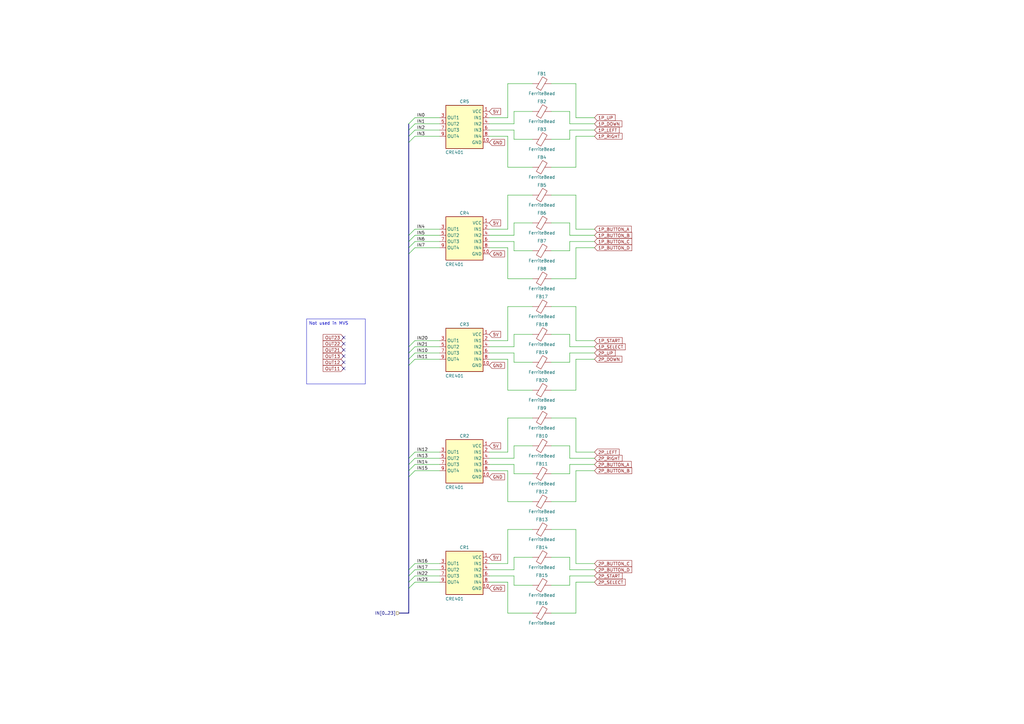
<source format=kicad_sch>
(kicad_sch (version 20250114) (generator "eeschema") (generator_version "9.0")
  (paper "A3")
  (title_block (title "NEO-MVH MV1FZS") (date "2025-10-13") (comment 1 "Not official schematic from SNK") (comment 2 "Use at your own discretion"))
  (lib_symbols
    (symbol "Device:FerriteBead" (pin_numbers (hide yes)) (pin_names (offset 0))
      (property "Reference" "FB" (at -3.81 0.635 90))
      (property "Value" "FerriteBead" (at 3.81 0 90))
      (symbol "FerriteBead_0_1"
        (polyline (pts (xy -2.7686 0.4064) (xy -1.7018 2.2606) (xy 2.7686 -0.3048) (xy 1.6764 -2.159) (xy -2.7686 0.4064)))
        (polyline (pts (xy 0 1.27) (xy 0 1.2954)))
        (polyline (pts (xy 0 -1.27) (xy 0 -1.2192)))
      )
      (symbol "FerriteBead_1_1"
        (pin passive line (at 0 3.81 270) (length 2.54) (name "~") (number "1"))
        (pin passive line (at 0 -3.81 90) (length 2.54) (name "~") (number "2"))
      )
    )
    (symbol "Neo Geo:CRE401"
      (property "Reference" "U" (at -7.62 10.16 0))
      (property "Value" "CRE401" (at -7.62 -10.16 0))
      (symbol "CRE401_1_1"
        (rectangle (start -7.62 8.89) (end 7.62 -8.89) (stroke (width 0.254)) (fill (type background)))
        (pin output line (at -10.16 3.81 0) (length 2.54) (name "OUT1") (number "3"))
        (pin output line (at -10.16 1.27 0) (length 2.54) (name "OUT2") (number "5"))
        (pin output line (at -10.16 -1.27 0) (length 2.54) (name "OUT3") (number "7"))
        (pin output line (at -10.16 -3.81 0) (length 2.54) (name "OUT4") (number "9"))
        (pin power_in line (at 10.16 6.35 180) (length 2.54) (name "VCC") (number "1"))
        (pin input line (at 10.16 3.81 180) (length 2.54) (name "IN1") (number "2"))
        (pin input line (at 10.16 1.27 180) (length 2.54) (name "IN2") (number "4"))
        (pin input line (at 10.16 -1.27 180) (length 2.54) (name "IN3") (number "6"))
        (pin input line (at 10.16 -3.81 180) (length 2.54) (name "IN4") (number "8"))
        (pin power_in line (at 10.16 -6.35 180) (length 2.54) (name "GND") (number "10"))
      )
    )
  )
  (text_box "Not used in MVS" (at 125.73 130.81 0) (size 24.13 26.67) (margins 0.9525 0.9525 0.9525 0.9525) (effects (font (size 1.27 1.27)) (justify left top)))
  (no_connect (at 140.97 143.51))
  (no_connect (at 140.97 151.13))
  (no_connect (at 140.97 148.59))
  (no_connect (at 140.97 140.97))
  (no_connect (at 140.97 138.43))
  (no_connect (at 140.97 146.05))
  (bus_entry (at 170.18 50.8) (size -2.54 2.54))
  (bus_entry (at 170.18 238.76) (size -2.54 2.54))
  (bus_entry (at 170.18 190.5) (size -2.54 2.54))
  (bus_entry (at 170.18 53.34) (size -2.54 2.54))
  (bus_entry (at 170.18 96.52) (size -2.54 2.54))
  (bus_entry (at 170.18 185.42) (size -2.54 2.54))
  (bus_entry (at 170.18 139.7) (size -2.54 2.54))
  (bus_entry (at 170.18 93.98) (size -2.54 2.54))
  (bus_entry (at 170.18 193.04) (size -2.54 2.54))
  (bus_entry (at 170.18 233.68) (size -2.54 2.54))
  (bus_entry (at 170.18 55.88) (size -2.54 2.54))
  (bus_entry (at 170.18 147.32) (size -2.54 2.54))
  (bus_entry (at 170.18 48.26) (size -2.54 2.54))
  (bus_entry (at 170.18 99.06) (size -2.54 2.54))
  (bus_entry (at 170.18 101.6) (size -2.54 2.54))
  (bus_entry (at 170.18 142.24) (size -2.54 2.54))
  (bus_entry (at 170.18 187.96) (size -2.54 2.54))
  (bus_entry (at 170.18 144.78) (size -2.54 2.54))
  (bus_entry (at 170.18 231.14) (size -2.54 2.54))
  (bus_entry (at 170.18 236.22) (size -2.54 2.54))
  (wire (pts (xy 200.66 236.22) (xy 210.82 236.22)))
  (bus (pts (xy 167.64 144.78) (xy 167.64 147.32)))
  (wire (pts (xy 200.66 96.52) (xy 210.82 96.52)))
  (wire (pts (xy 170.18 93.98) (xy 180.34 93.98)))
  (wire (pts (xy 170.18 99.06) (xy 180.34 99.06)))
  (wire (pts (xy 200.66 101.6) (xy 208.28 101.6)))
  (wire (pts (xy 233.68 187.96) (xy 233.68 182.88)))
  (wire (pts (xy 208.28 217.17) (xy 218.44 217.17)))
  (wire (pts (xy 200.66 139.7) (xy 208.28 139.7)))
  (wire (pts (xy 236.22 114.3) (xy 226.06 114.3)))
  (wire (pts (xy 208.28 160.02) (xy 218.44 160.02)))
  (bus (pts (xy 167.64 142.24) (xy 167.64 144.78)))
  (wire (pts (xy 170.18 96.52) (xy 180.34 96.52)))
  (wire (pts (xy 208.28 139.7) (xy 208.28 125.73)))
  (bus (pts (xy 167.64 241.3) (xy 167.64 238.76)))
  (wire (pts (xy 210.82 50.8) (xy 210.82 45.72)))
  (wire (pts (xy 236.22 34.29) (xy 226.06 34.29)))
  (bus (pts (xy 167.64 195.58) (xy 167.64 233.68)))
  (wire (pts (xy 208.28 251.46) (xy 218.44 251.46)))
  (wire (pts (xy 208.28 185.42) (xy 208.28 171.45)))
  (wire (pts (xy 243.84 238.76) (xy 236.22 238.76)))
  (wire (pts (xy 233.68 194.31) (xy 226.06 194.31)))
  (wire (pts (xy 236.22 205.74) (xy 226.06 205.74)))
  (wire (pts (xy 170.18 139.7) (xy 180.34 139.7)))
  (wire (pts (xy 170.18 144.78) (xy 180.34 144.78)))
  (wire (pts (xy 170.18 236.22) (xy 180.34 236.22)))
  (wire (pts (xy 170.18 142.24) (xy 180.34 142.24)))
  (wire (pts (xy 170.18 231.14) (xy 180.34 231.14)))
  (wire (pts (xy 210.82 91.44) (xy 218.44 91.44)))
  (wire (pts (xy 243.84 144.78) (xy 233.68 144.78)))
  (wire (pts (xy 208.28 231.14) (xy 208.28 217.17)))
  (bus (pts (xy 167.64 190.5) (xy 167.64 193.04)))
  (wire (pts (xy 243.84 55.88) (xy 236.22 55.88)))
  (wire (pts (xy 233.68 99.06) (xy 233.68 102.87)))
  (bus (pts (xy 167.64 251.46) (xy 167.64 241.3)))
  (wire (pts (xy 210.82 148.59) (xy 218.44 148.59)))
  (wire (pts (xy 170.18 190.5) (xy 180.34 190.5)))
  (wire (pts (xy 210.82 96.52) (xy 210.82 91.44)))
  (wire (pts (xy 236.22 55.88) (xy 236.22 68.58)))
  (wire (pts (xy 243.84 50.8) (xy 233.68 50.8)))
  (wire (pts (xy 236.22 217.17) (xy 226.06 217.17)))
  (wire (pts (xy 233.68 45.72) (xy 226.06 45.72)))
  (bus (pts (xy 167.64 187.96) (xy 167.64 190.5)))
  (wire (pts (xy 243.84 48.26) (xy 236.22 48.26)))
  (wire (pts (xy 243.84 193.04) (xy 236.22 193.04)))
  (wire (pts (xy 210.82 137.16) (xy 218.44 137.16)))
  (wire (pts (xy 208.28 125.73) (xy 218.44 125.73)))
  (bus (pts (xy 167.64 104.14) (xy 167.64 142.24)))
  (wire (pts (xy 170.18 193.04) (xy 180.34 193.04)))
  (wire (pts (xy 210.82 182.88) (xy 218.44 182.88)))
  (wire (pts (xy 200.66 48.26) (xy 208.28 48.26)))
  (wire (pts (xy 233.68 190.5) (xy 233.68 194.31)))
  (wire (pts (xy 233.68 148.59) (xy 226.06 148.59)))
  (wire (pts (xy 210.82 53.34) (xy 210.82 57.15)))
  (wire (pts (xy 170.18 53.34) (xy 180.34 53.34)))
  (wire (pts (xy 236.22 160.02) (xy 226.06 160.02)))
  (bus (pts (xy 167.64 99.06) (xy 167.64 101.6)))
  (wire (pts (xy 243.84 142.24) (xy 233.68 142.24)))
  (wire (pts (xy 236.22 147.32) (xy 236.22 160.02)))
  (wire (pts (xy 243.84 236.22) (xy 233.68 236.22)))
  (bus (pts (xy 167.64 96.52) (xy 167.64 99.06)))
  (wire (pts (xy 233.68 91.44) (xy 226.06 91.44)))
  (wire (pts (xy 243.84 53.34) (xy 233.68 53.34)))
  (wire (pts (xy 200.66 144.78) (xy 210.82 144.78)))
  (wire (pts (xy 170.18 187.96) (xy 180.34 187.96)))
  (wire (pts (xy 208.28 55.88) (xy 208.28 68.58)))
  (wire (pts (xy 233.68 233.68) (xy 233.68 228.6)))
  (wire (pts (xy 233.68 228.6) (xy 226.06 228.6)))
  (bus (pts (xy 167.64 236.22) (xy 167.64 238.76)))
  (wire (pts (xy 210.82 228.6) (xy 218.44 228.6)))
  (wire (pts (xy 233.68 57.15) (xy 226.06 57.15)))
  (wire (pts (xy 233.68 182.88) (xy 226.06 182.88)))
  (wire (pts (xy 233.68 240.03) (xy 226.06 240.03)))
  (wire (pts (xy 208.28 34.29) (xy 218.44 34.29)))
  (wire (pts (xy 236.22 80.01) (xy 226.06 80.01)))
  (wire (pts (xy 210.82 233.68) (xy 210.82 228.6)))
  (wire (pts (xy 210.82 190.5) (xy 210.82 194.31)))
  (wire (pts (xy 200.66 99.06) (xy 210.82 99.06)))
  (wire (pts (xy 243.84 185.42) (xy 236.22 185.42)))
  (wire (pts (xy 243.84 101.6) (xy 236.22 101.6)))
  (wire (pts (xy 233.68 53.34) (xy 233.68 57.15)))
  (wire (pts (xy 200.66 53.34) (xy 210.82 53.34)))
  (wire (pts (xy 200.66 142.24) (xy 210.82 142.24)))
  (wire (pts (xy 233.68 50.8) (xy 233.68 45.72)))
  (wire (pts (xy 236.22 93.98) (xy 236.22 80.01)))
  (wire (pts (xy 208.28 205.74) (xy 218.44 205.74)))
  (wire (pts (xy 208.28 171.45) (xy 218.44 171.45)))
  (wire (pts (xy 233.68 144.78) (xy 233.68 148.59)))
  (wire (pts (xy 243.84 93.98) (xy 236.22 93.98)))
  (wire (pts (xy 208.28 193.04) (xy 208.28 205.74)))
  (wire (pts (xy 200.66 93.98) (xy 208.28 93.98)))
  (wire (pts (xy 200.66 50.8) (xy 210.82 50.8)))
  (wire (pts (xy 236.22 68.58) (xy 226.06 68.58)))
  (bus (pts (xy 167.64 101.6) (xy 167.64 104.14)))
  (wire (pts (xy 200.66 231.14) (xy 208.28 231.14)))
  (wire (pts (xy 243.84 190.5) (xy 233.68 190.5)))
  (bus (pts (xy 167.64 50.8) (xy 167.64 53.34)))
  (wire (pts (xy 200.66 147.32) (xy 208.28 147.32)))
  (bus (pts (xy 163.83 251.46) (xy 167.64 251.46)))
  (wire (pts (xy 236.22 171.45) (xy 226.06 171.45)))
  (wire (pts (xy 170.18 101.6) (xy 180.34 101.6)))
  (wire (pts (xy 208.28 48.26) (xy 208.28 34.29)))
  (wire (pts (xy 233.68 142.24) (xy 233.68 137.16)))
  (wire (pts (xy 208.28 80.01) (xy 218.44 80.01)))
  (wire (pts (xy 210.82 57.15) (xy 218.44 57.15)))
  (wire (pts (xy 243.84 231.14) (xy 236.22 231.14)))
  (bus (pts (xy 167.64 58.42) (xy 167.64 96.52)))
  (wire (pts (xy 233.68 102.87) (xy 226.06 102.87)))
  (wire (pts (xy 210.82 99.06) (xy 210.82 102.87)))
  (wire (pts (xy 210.82 142.24) (xy 210.82 137.16)))
  (bus (pts (xy 167.64 55.88) (xy 167.64 58.42)))
  (wire (pts (xy 208.28 101.6) (xy 208.28 114.3)))
  (wire (pts (xy 200.66 55.88) (xy 208.28 55.88)))
  (wire (pts (xy 236.22 238.76) (xy 236.22 251.46)))
  (wire (pts (xy 200.66 238.76) (xy 208.28 238.76)))
  (wire (pts (xy 236.22 231.14) (xy 236.22 217.17)))
  (wire (pts (xy 208.28 68.58) (xy 218.44 68.58)))
  (wire (pts (xy 210.82 240.03) (xy 218.44 240.03)))
  (wire (pts (xy 233.68 96.52) (xy 233.68 91.44)))
  (wire (pts (xy 170.18 238.76) (xy 180.34 238.76)))
  (wire (pts (xy 243.84 99.06) (xy 233.68 99.06)))
  (bus (pts (xy 167.64 193.04) (xy 167.64 195.58)))
  (wire (pts (xy 210.82 236.22) (xy 210.82 240.03)))
  (bus (pts (xy 167.64 233.68) (xy 167.64 236.22)))
  (wire (pts (xy 236.22 193.04) (xy 236.22 205.74)))
  (wire (pts (xy 170.18 55.88) (xy 180.34 55.88)))
  (wire (pts (xy 210.82 102.87) (xy 218.44 102.87)))
  (wire (pts (xy 243.84 147.32) (xy 236.22 147.32)))
  (wire (pts (xy 236.22 101.6) (xy 236.22 114.3)))
  (wire (pts (xy 210.82 194.31) (xy 218.44 194.31)))
  (wire (pts (xy 243.84 139.7) (xy 236.22 139.7)))
  (wire (pts (xy 200.66 190.5) (xy 210.82 190.5)))
  (wire (pts (xy 200.66 187.96) (xy 210.82 187.96)))
  (wire (pts (xy 243.84 233.68) (xy 233.68 233.68)))
  (wire (pts (xy 236.22 251.46) (xy 226.06 251.46)))
  (wire (pts (xy 233.68 236.22) (xy 233.68 240.03)))
  (wire (pts (xy 210.82 45.72) (xy 218.44 45.72)))
  (wire (pts (xy 236.22 185.42) (xy 236.22 171.45)))
  (wire (pts (xy 200.66 185.42) (xy 208.28 185.42)))
  (wire (pts (xy 200.66 233.68) (xy 210.82 233.68)))
  (bus (pts (xy 167.64 53.34) (xy 167.64 55.88)))
  (wire (pts (xy 208.28 93.98) (xy 208.28 80.01)))
  (wire (pts (xy 208.28 238.76) (xy 208.28 251.46)))
  (wire (pts (xy 243.84 96.52) (xy 233.68 96.52)))
  (wire (pts (xy 200.66 193.04) (xy 208.28 193.04)))
  (wire (pts (xy 170.18 50.8) (xy 180.34 50.8)))
  (wire (pts (xy 243.84 187.96) (xy 233.68 187.96)))
  (wire (pts (xy 210.82 187.96) (xy 210.82 182.88)))
  (wire (pts (xy 170.18 233.68) (xy 180.34 233.68)))
  (wire (pts (xy 170.18 185.42) (xy 180.34 185.42)))
  (wire (pts (xy 170.18 48.26) (xy 180.34 48.26)))
  (wire (pts (xy 170.18 147.32) (xy 180.34 147.32)))
  (wire (pts (xy 233.68 137.16) (xy 226.06 137.16)))
  (wire (pts (xy 236.22 48.26) (xy 236.22 34.29)))
  (wire (pts (xy 236.22 125.73) (xy 226.06 125.73)))
  (wire (pts (xy 210.82 144.78) (xy 210.82 148.59)))
  (bus (pts (xy 167.64 147.32) (xy 167.64 149.86)))
  (wire (pts (xy 208.28 114.3) (xy 218.44 114.3)))
  (wire (pts (xy 236.22 139.7) (xy 236.22 125.73)))
  (bus (pts (xy 167.64 149.86) (xy 167.64 187.96)))
  (wire (pts (xy 208.28 147.32) (xy 208.28 160.02)))
  (label "IN1" (at 170.942 50.8 0))
  (label "IN21" (at 170.942 142.24 0))
  (label "IN15" (at 170.942 193.04 0))
  (label "IN10" (at 170.942 144.78 0))
  (label "IN4" (at 170.942 93.98 0))
  (label "IN6" (at 170.942 99.06 0))
  (label "IN13" (at 170.942 187.96 0))
  (label "IN2" (at 170.942 53.34 0))
  (label "IN12" (at 170.942 185.42 0))
  (label "IN20" (at 170.942 139.7 0))
  (label "IN22" (at 170.942 236.22 0))
  (label "IN0" (at 170.942 48.26 0))
  (label "IN5" (at 170.942 96.52 0))
  (label "IN7" (at 170.942 101.6 0))
  (label "IN14" (at 170.942 190.5 0))
  (label "IN11" (at 170.942 147.32 0))
  (label "IN17" (at 170.942 233.68 0))
  (label "IN3" (at 170.942 55.88 0))
  (label "IN23" (at 170.942 238.76 0))
  (label "IN16" (at 170.942 231.14 0))
  (global_label "5V" (shape input) (at 200.66 91.44 0) (property "Intersheetrefs" "${INTERSHEET_REFS}" (effects (hide yes))))
  (global_label "2P_BUTTON_D" (shape input) (at 243.84 233.68 0) (property "Intersheetrefs" "${INTERSHEET_REFS}" (effects (hide yes))))
  (global_label "5V" (shape input) (at 200.66 45.72 0) (property "Intersheetrefs" "${INTERSHEET_REFS}" (effects (hide yes))))
  (global_label "5V" (shape input) (at 200.66 182.88 0) (property "Intersheetrefs" "${INTERSHEET_REFS}" (effects (hide yes))))
  (global_label "1P_START" (shape input) (at 243.84 139.7 0) (property "Intersheetrefs" "${INTERSHEET_REFS}" (effects (hide yes))))
  (global_label "2P_RIGHT" (shape input) (at 243.84 187.96 0) (property "Intersheetrefs" "${INTERSHEET_REFS}" (effects (hide yes))))
  (global_label "OUT23" (shape input) (at 140.97 138.43 180) (property "Intersheetrefs" "${INTERSHEET_REFS}" (effects (hide yes))))
  (global_label "1P_LEFT" (shape input) (at 243.84 53.34 0) (property "Intersheetrefs" "${INTERSHEET_REFS}" (effects (hide yes))))
  (global_label "GND" (shape input) (at 200.66 241.3 0) (property "Intersheetrefs" "${INTERSHEET_REFS}" (effects (hide yes))))
  (global_label "1P_BUTTON_D" (shape input) (at 243.84 101.6 0) (property "Intersheetrefs" "${INTERSHEET_REFS}" (effects (hide yes))))
  (global_label "2P_START" (shape input) (at 243.84 236.22 0) (property "Intersheetrefs" "${INTERSHEET_REFS}" (effects (hide yes))))
  (global_label "1P_BUTTON_A" (shape input) (at 243.84 93.98 0) (property "Intersheetrefs" "${INTERSHEET_REFS}" (effects (hide yes))))
  (global_label "2P_SELECT" (shape input) (at 243.84 238.76 0) (property "Intersheetrefs" "${INTERSHEET_REFS}" (effects (hide yes))))
  (global_label "GND" (shape input) (at 200.66 58.42 0) (property "Intersheetrefs" "${INTERSHEET_REFS}" (effects (hide yes))))
  (global_label "OUT12" (shape input) (at 140.97 148.59 180) (property "Intersheetrefs" "${INTERSHEET_REFS}" (effects (hide yes))))
  (global_label "1P_DOWN" (shape input) (at 243.84 50.8 0) (property "Intersheetrefs" "${INTERSHEET_REFS}" (effects (hide yes))))
  (global_label "1P_BUTTON_B" (shape input) (at 243.84 96.52 0) (property "Intersheetrefs" "${INTERSHEET_REFS}" (effects (hide yes))))
  (global_label "2P_UP" (shape input) (at 243.84 144.78 0) (property "Intersheetrefs" "${INTERSHEET_REFS}" (effects (hide yes))))
  (global_label "GND" (shape input) (at 200.66 104.14 0) (property "Intersheetrefs" "${INTERSHEET_REFS}" (effects (hide yes))))
  (global_label "OUT21" (shape input) (at 140.97 143.51 180) (property "Intersheetrefs" "${INTERSHEET_REFS}" (effects (hide yes))))
  (global_label "1P_RIGHT" (shape input) (at 243.84 55.88 0) (property "Intersheetrefs" "${INTERSHEET_REFS}" (effects (hide yes))))
  (global_label "1P_BUTTON_C" (shape input) (at 243.84 99.06 0) (property "Intersheetrefs" "${INTERSHEET_REFS}" (effects (hide yes))))
  (global_label "2P_BUTTON_A" (shape input) (at 243.84 190.5 0) (property "Intersheetrefs" "${INTERSHEET_REFS}" (effects (hide yes))))
  (global_label "GND" (shape input) (at 200.66 149.86 0) (property "Intersheetrefs" "${INTERSHEET_REFS}" (effects (hide yes))))
  (global_label "OUT11" (shape input) (at 140.97 151.13 180) (property "Intersheetrefs" "${INTERSHEET_REFS}" (effects (hide yes))))
  (global_label "5V" (shape input) (at 200.66 228.6 0) (property "Intersheetrefs" "${INTERSHEET_REFS}" (effects (hide yes))))
  (global_label "1P_SELECT" (shape input) (at 243.84 142.24 0) (property "Intersheetrefs" "${INTERSHEET_REFS}" (effects (hide yes))))
  (global_label "2P_LEFT" (shape input) (at 243.84 185.42 0) (property "Intersheetrefs" "${INTERSHEET_REFS}" (effects (hide yes))))
  (global_label "2P_BUTTON_C" (shape input) (at 243.84 231.14 0) (property "Intersheetrefs" "${INTERSHEET_REFS}" (effects (hide yes))))
  (global_label "2P_DOWN" (shape input) (at 243.84 147.32 0) (property "Intersheetrefs" "${INTERSHEET_REFS}" (effects (hide yes))))
  (global_label "2P_BUTTON_B" (shape input) (at 243.84 193.04 0) (property "Intersheetrefs" "${INTERSHEET_REFS}" (effects (hide yes))))
  (global_label "OUT13" (shape input) (at 140.97 146.05 180) (property "Intersheetrefs" "${INTERSHEET_REFS}" (effects (hide yes))))
  (global_label "1P_UP" (shape input) (at 243.84 48.26 0) (property "Intersheetrefs" "${INTERSHEET_REFS}" (effects (hide yes))))
  (global_label "GND" (shape input) (at 200.66 195.58 0) (property "Intersheetrefs" "${INTERSHEET_REFS}" (effects (hide yes))))
  (global_label "OUT22" (shape input) (at 140.97 140.97 180) (property "Intersheetrefs" "${INTERSHEET_REFS}" (effects (hide yes))))
  (global_label "5V" (shape input) (at 200.66 137.16 0) (property "Intersheetrefs" "${INTERSHEET_REFS}" (effects (hide yes))))
  (hierarchical_label "IN[0..23]" (shape input) (at 163.83 251.46 180))
  (symbol (lib_id "Device:FerriteBead") (at 222.25 194.31 90) (unit 1)
    (property "Reference" "FB11" (at 222.25 190.246 90))
    (property "Value" "FerriteBead" (at 222.25 198.374 90))
    (property "Description" "Ferrite bead" (effects (hide yes)))
  )
  (symbol (lib_id "Device:FerriteBead") (at 222.25 80.01 90) (unit 1)
    (property "Reference" "FB5" (at 222.25 75.946 90))
    (property "Value" "FerriteBead" (at 222.25 84.074 90))
    (property "Description" "Ferrite bead" (effects (hide yes)))
  )
  (symbol (lib_id "Device:FerriteBead") (at 222.25 217.17 90) (unit 1)
    (property "Reference" "FB13" (at 222.25 213.106 90))
    (property "Value" "FerriteBead" (at 222.25 221.234 90))
    (property "Description" "Ferrite bead" (effects (hide yes)))
  )
  (symbol (lib_id "Device:FerriteBead") (at 222.25 57.15 90) (unit 1)
    (property "Reference" "FB3" (at 222.25 53.086 90))
    (property "Value" "FerriteBead" (at 222.25 61.214 90))
    (property "Description" "Ferrite bead" (effects (hide yes)))
  )
  (symbol (lib_id "Device:FerriteBead") (at 222.25 148.59 90) (unit 1)
    (property "Reference" "FB19" (at 222.25 144.526 90))
    (property "Value" "FerriteBead" (at 222.25 152.654 90))
    (property "Description" "Ferrite bead" (effects (hide yes)))
  )
  (symbol (lib_id "Device:FerriteBead") (at 222.25 240.03 90) (unit 1)
    (property "Reference" "FB15" (at 222.25 235.966 90))
    (property "Value" "FerriteBead" (at 222.25 244.094 90))
    (property "Description" "Ferrite bead" (effects (hide yes)))
  )
  (symbol (lib_id "Neo Geo:CRE401") (at 190.5 234.95 0) (unit 1)
    (property "Reference" "CR1" (at 190.5 224.536 0))
    (property "Value" "CRE401" (at 186.436 245.618 0))
    (property "Footprint" "Package_DIP:DIP-28_W15.24mm" (effects (hide yes)))
  )
  (symbol (lib_id "Device:FerriteBead") (at 222.25 102.87 90) (unit 1)
    (property "Reference" "FB7" (at 222.25 98.806 90))
    (property "Value" "FerriteBead" (at 222.25 106.934 90))
    (property "Description" "Ferrite bead" (effects (hide yes)))
  )
  (symbol (lib_id "Neo Geo:CRE401") (at 190.5 143.51 0) (unit 1)
    (property "Reference" "CR3" (at 190.5 133.096 0))
    (property "Value" "CRE401" (at 186.436 154.178 0))
    (property "Footprint" "Package_DIP:DIP-28_W15.24mm" (effects (hide yes)))
  )
  (symbol (lib_id "Neo Geo:CRE401") (at 190.5 97.79 0) (unit 1)
    (property "Reference" "CR4" (at 190.5 87.376 0))
    (property "Value" "CRE401" (at 186.436 108.458 0))
    (property "Footprint" "Package_DIP:DIP-28_W15.24mm" (effects (hide yes)))
  )
  (symbol (lib_id "Device:FerriteBead") (at 222.25 251.46 90) (unit 1)
    (property "Reference" "FB16" (at 222.25 247.396 90))
    (property "Value" "FerriteBead" (at 222.25 255.524 90))
    (property "Description" "Ferrite bead" (effects (hide yes)))
  )
  (symbol (lib_id "Device:FerriteBead") (at 222.25 114.3 90) (unit 1)
    (property "Reference" "FB8" (at 222.25 110.236 90))
    (property "Value" "FerriteBead" (at 222.25 118.364 90))
    (property "Description" "Ferrite bead" (effects (hide yes)))
  )
  (symbol (lib_id "Device:FerriteBead") (at 222.25 68.58 90) (unit 1)
    (property "Reference" "FB4" (at 222.25 64.516 90))
    (property "Value" "FerriteBead" (at 222.25 72.644 90))
    (property "Description" "Ferrite bead" (effects (hide yes)))
  )
  (symbol (lib_id "Device:FerriteBead") (at 222.25 205.74 90) (unit 1)
    (property "Reference" "FB12" (at 222.25 201.676 90))
    (property "Value" "FerriteBead" (at 222.25 209.804 90))
    (property "Description" "Ferrite bead" (effects (hide yes)))
  )
  (symbol (lib_id "Device:FerriteBead") (at 222.25 91.44 90) (unit 1)
    (property "Reference" "FB6" (at 222.25 87.376 90))
    (property "Value" "FerriteBead" (at 222.25 95.504 90))
    (property "Description" "Ferrite bead" (effects (hide yes)))
  )
  (symbol (lib_id "Neo Geo:CRE401") (at 190.5 52.07 0) (unit 1)
    (property "Reference" "CR5" (at 190.5 41.656 0))
    (property "Value" "CRE401" (at 186.436 62.484 0))
    (property "Footprint" "Package_DIP:DIP-28_W15.24mm" (effects (hide yes)))
  )
  (symbol (lib_id "Device:FerriteBead") (at 222.25 137.16 90) (unit 1)
    (property "Reference" "FB18" (at 222.25 133.096 90))
    (property "Value" "FerriteBead" (at 222.25 141.224 90))
    (property "Description" "Ferrite bead" (effects (hide yes)))
  )
  (symbol (lib_id "Neo Geo:CRE401") (at 190.5 189.23 0) (unit 1)
    (property "Reference" "CR2" (at 190.5 178.816 0))
    (property "Value" "CRE401" (at 186.436 199.898 0))
    (property "Footprint" "Package_DIP:DIP-28_W15.24mm" (effects (hide yes)))
  )
  (symbol (lib_id "Device:FerriteBead") (at 222.25 34.29 90) (unit 1)
    (property "Reference" "FB1" (at 222.25 30.226 90))
    (property "Value" "FerriteBead" (at 222.25 38.354 90))
    (property "Description" "Ferrite bead" (effects (hide yes)))
  )
  (symbol (lib_id "Device:FerriteBead") (at 222.25 125.73 90) (unit 1)
    (property "Reference" "FB17" (at 222.25 121.666 90))
    (property "Value" "FerriteBead" (at 222.25 129.794 90))
    (property "Description" "Ferrite bead" (effects (hide yes)))
  )
  (symbol (lib_id "Device:FerriteBead") (at 222.25 45.72 90) (unit 1)
    (property "Reference" "FB2" (at 222.25 41.656 90))
    (property "Value" "FerriteBead" (at 222.25 49.784 90))
    (property "Description" "Ferrite bead" (effects (hide yes)))
  )
  (symbol (lib_id "Device:FerriteBead") (at 222.25 182.88 90) (unit 1)
    (property "Reference" "FB10" (at 222.25 178.816 90))
    (property "Value" "FerriteBead" (at 222.25 186.944 90))
    (property "Description" "Ferrite bead" (effects (hide yes)))
  )
  (symbol (lib_id "Device:FerriteBead") (at 222.25 171.45 90) (unit 1)
    (property "Reference" "FB9" (at 222.25 167.386 90))
    (property "Value" "FerriteBead" (at 222.25 175.514 90))
    (property "Description" "Ferrite bead" (effects (hide yes)))
  )
  (symbol (lib_id "Device:FerriteBead") (at 222.25 160.02 90) (unit 1)
    (property "Reference" "FB20" (at 222.25 155.956 90))
    (property "Value" "FerriteBead" (at 222.25 164.084 90))
    (property "Description" "Ferrite bead" (effects (hide yes)))
  )
  (symbol (lib_id "Device:FerriteBead") (at 222.25 228.6 90) (unit 1)
    (property "Reference" "FB14" (at 222.25 224.536 90))
    (property "Value" "FerriteBead" (at 222.25 232.664 90))
    (property "Description" "Ferrite bead" (effects (hide yes)))
  )
)
</source>
